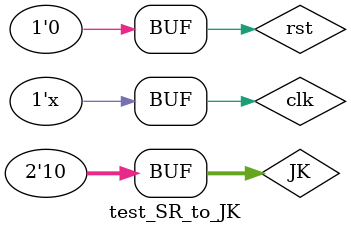
<source format=v>



module test_SR_to_JK();
    wire q_, q_bar;
	reg clk,rst;
	reg [1:0]JK;

	SR_to_JK srtojkflipflop(q_,q_bar,clk,rst,JK);
	always #25 clk = ~clk;

	initial
	begin
                clk = 1'b1;
                rst=1; JK=2'b00;
                #10
                rst=0;
                JK=2'b10;
                #100
                rst=0;
                JK=2'b01;
                #100
                rst=0;
                JK=2'b11;
                #100
                rst=0;
                JK=2'b00;
                #100
                rst=0;
                JK=2'b10;
                end
               
endmodule

</source>
